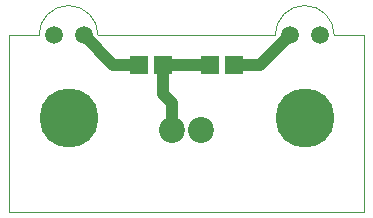
<source format=gbl>
G04 (created by PCBNEW (2013-07-07 BZR 4022)-stable) date 2026/01/19 10:44:08*
%MOIN*%
G04 Gerber Fmt 3.4, Leading zero omitted, Abs format*
%FSLAX34Y34*%
G01*
G70*
G90*
G04 APERTURE LIST*
%ADD10C,0.00590551*%
%ADD11C,0.00393701*%
%ADD12C,0.19685*%
%ADD13C,0.0590551*%
%ADD14R,0.0590551X0.0590551*%
%ADD15C,0.0866142*%
%ADD16C,0.0393701*%
G04 APERTURE END LIST*
G54D10*
G54D11*
X0Y0D02*
G75*
G03X0Y0I0J0D01*
G74*
G01*
X0Y0D02*
X0Y0D01*
X0Y0D02*
X0Y0D01*
X10826Y5905D02*
G75*
G03X9842Y6889I-984J0D01*
G74*
G01*
X9842Y6889D02*
G75*
G03X8858Y5905I0J-984D01*
G74*
G01*
X2952Y5905D02*
G75*
G03X1968Y6889I-984J0D01*
G74*
G01*
X1968Y6889D02*
G75*
G03X984Y5905I0J-984D01*
G74*
G01*
X2952Y5905D02*
X8858Y5905D01*
X11811Y5905D02*
X10826Y5905D01*
X0Y5905D02*
X984Y5905D01*
X11811Y0D02*
X11811Y5905D01*
X0Y0D02*
X11811Y0D01*
X0Y5905D02*
X0Y0D01*
G54D12*
X1968Y3149D03*
X9842Y3149D03*
G54D13*
X2468Y5905D03*
X1468Y5905D03*
X9342Y5905D03*
X10342Y5905D03*
G54D14*
X5118Y4921D03*
X4330Y4921D03*
X6692Y4921D03*
X7480Y4921D03*
G54D15*
X5413Y2755D03*
X6397Y2755D03*
G54D16*
X5118Y4921D02*
X5118Y3937D01*
X5413Y3641D02*
X5413Y2755D01*
X5118Y3937D02*
X5413Y3641D01*
X5118Y4921D02*
X6692Y4921D01*
X4330Y4921D02*
X3452Y4921D01*
X3452Y4921D02*
X2468Y5905D01*
X7480Y4921D02*
X8358Y4921D01*
X8358Y4921D02*
X9342Y5905D01*
M02*

</source>
